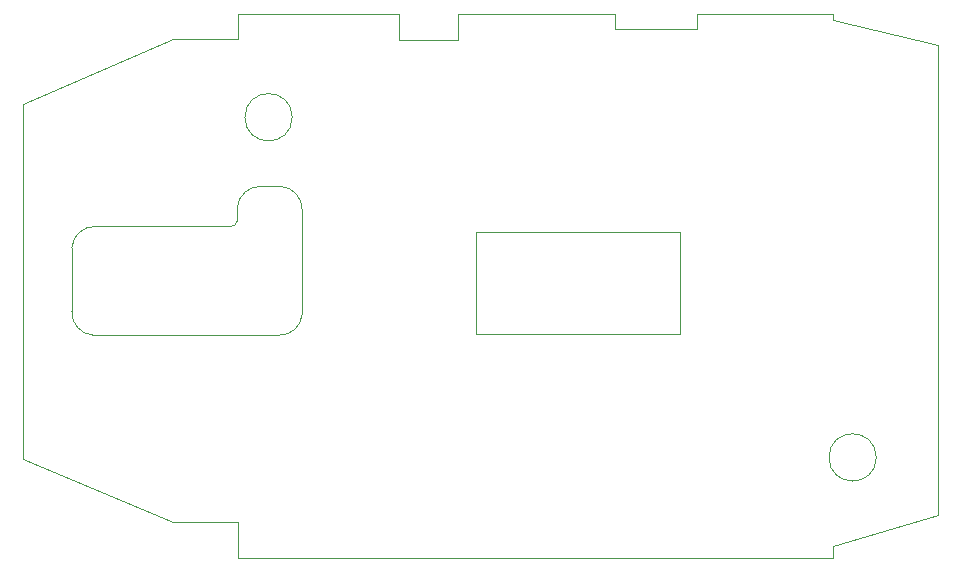
<source format=gm1>
G04 #@! TF.GenerationSoftware,KiCad,Pcbnew,(5.99.0-8445-ge10025db64)*
G04 #@! TF.CreationDate,2021-06-11T17:01:22+02:00*
G04 #@! TF.ProjectId,g100s,67313030-732e-46b6-9963-61645f706362,rev?*
G04 #@! TF.SameCoordinates,Original*
G04 #@! TF.FileFunction,Profile,NP*
%FSLAX46Y46*%
G04 Gerber Fmt 4.6, Leading zero omitted, Abs format (unit mm)*
G04 Created by KiCad (PCBNEW (5.99.0-8445-ge10025db64)) date 2021-06-11 17:01:22*
%MOMM*%
%LPD*%
G01*
G04 APERTURE LIST*
G04 #@! TA.AperFunction,Profile*
%ADD10C,0.100000*%
G04 #@! TD*
G04 #@! TA.AperFunction,Profile*
%ADD11C,0.120000*%
G04 #@! TD*
G04 APERTURE END LIST*
D10*
X50356181Y-137700003D02*
G75*
G03*
X48350000Y-139497523I-54338J-1957646D01*
G01*
X87250000Y-123150000D02*
X98750000Y-123150000D01*
X67050000Y-123150000D02*
X80350000Y-123150000D01*
X48450000Y-125250000D02*
X42950000Y-125250000D01*
X48350000Y-140600000D02*
X48350000Y-139497523D01*
X98750000Y-168150000D02*
X107650000Y-165550000D01*
X51854946Y-150299998D02*
G75*
G03*
X53850000Y-148500000I81681J1915090D01*
G01*
X36349998Y-141100001D02*
G75*
G03*
X34350000Y-142900000I-95275J-1905248D01*
G01*
X48450000Y-123150000D02*
X62050000Y-123150000D01*
X87250000Y-123150000D02*
X87250000Y-124350000D01*
X47800002Y-141099998D02*
G75*
G03*
X48350000Y-140600000I17470J533281D01*
G01*
X48450000Y-169150000D02*
X48450000Y-166150000D01*
X42950000Y-125250000D02*
X30250000Y-130750000D01*
X98750000Y-123150000D02*
X98750000Y-123650000D01*
X80350000Y-123150000D02*
X80350000Y-124350000D01*
X98750000Y-169150000D02*
X98750000Y-168150000D01*
X34350002Y-148304946D02*
G75*
G03*
X36144507Y-150300000I1908806J-87658D01*
G01*
X80350000Y-124350000D02*
X87250000Y-124350000D01*
X62050000Y-125350000D02*
X67050000Y-125350000D01*
X36350000Y-141100000D02*
X47800000Y-141100000D01*
X48450000Y-166150000D02*
X42950000Y-166150000D01*
X34350000Y-148304944D02*
X34350000Y-142900000D01*
X107650000Y-125750000D02*
X107650000Y-165550000D01*
X98750000Y-169150000D02*
X48450000Y-169150000D01*
X67050000Y-123150000D02*
X67050000Y-125350000D01*
X42950000Y-166150000D02*
X30250000Y-160750000D01*
X53850000Y-148500000D02*
X53850000Y-139706185D01*
X102450000Y-160650000D02*
G75*
G03*
X102450000Y-160650000I-2000000J0D01*
G01*
X53849999Y-139706183D02*
G75*
G03*
X52052477Y-137700000I-1963216J49350D01*
G01*
X30250000Y-160750000D02*
X30250000Y-130750000D01*
X53000000Y-131850000D02*
G75*
G03*
X53000000Y-131850000I-2000000J0D01*
G01*
X62050000Y-123150000D02*
X62050000Y-125350000D01*
X48450000Y-123150000D02*
X48450000Y-125250000D01*
X98750000Y-123650000D02*
X107650000Y-125750000D01*
X50356185Y-137700000D02*
X52052477Y-137700000D01*
X51854944Y-150300000D02*
X36144507Y-150300000D01*
D11*
X85860000Y-150200000D02*
X68600000Y-150200000D01*
X68600000Y-150200000D02*
X68600000Y-141600000D01*
X68600000Y-141600000D02*
X85860000Y-141600000D01*
X85860000Y-141600000D02*
X85860000Y-150200000D01*
M02*

</source>
